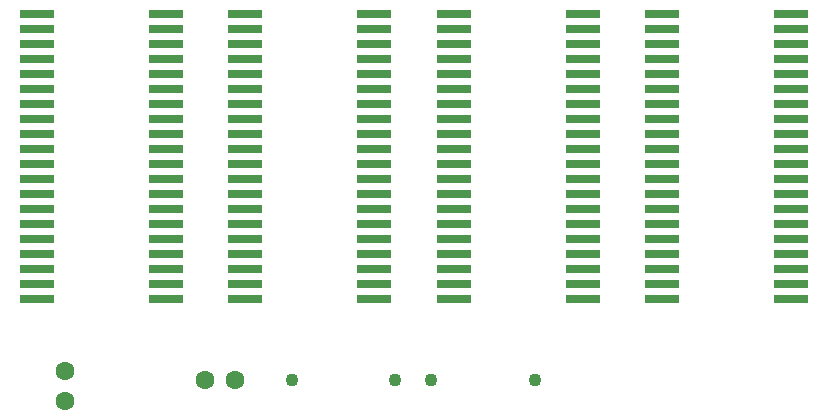
<source format=gbs>
G04 Layer: BottomSolderMaskLayer*
G04 EasyEDA v6.5.22, 2023-01-31 16:09:17*
G04 6fe1b45eb15a465e87536e095b6672f0,ba5b2474b43344648d466766df5634d0,10*
G04 Gerber Generator version 0.2*
G04 Scale: 100 percent, Rotated: No, Reflected: No *
G04 Dimensions in millimeters *
G04 leading zeros omitted , absolute positions ,4 integer and 5 decimal *
%FSLAX45Y45*%
%MOMM*%

%AMMACRO1*4,1,28,-1.3896,-0.3048,-1.4049,-0.3023,-1.4201,-0.2946,-1.4303,-0.2845,-1.4379,-0.2692,-1.4404,-0.254,-1.4399,-0.254,-1.4399,0.254,-1.4404,0.254,-1.4379,0.2692,-1.4303,0.2845,-1.4201,0.2946,-1.4049,0.3023,-1.3896,0.3048,1.3884,0.3048,1.4036,0.3023,1.4188,0.2946,1.429,0.2845,1.4366,0.2692,1.4392,0.254,1.4404,0.254,1.4404,-0.254,1.4392,-0.254,1.4366,-0.2692,1.429,-0.2845,1.4188,-0.2946,1.4036,-0.3023,1.3884,-0.3048,-1.3896,-0.3048,0*%
%AMMACRO2*4,1,28,-1.3889,-0.3048,-1.4041,-0.3023,-1.4194,-0.2946,-1.4295,-0.2845,-1.4371,-0.2692,-1.4397,-0.254,-1.4402,-0.254,-1.4402,0.254,-1.4397,0.254,-1.4371,0.2692,-1.4295,0.2845,-1.4194,0.2946,-1.4041,0.3023,-1.3889,0.3048,1.3891,0.3048,1.4044,0.3023,1.4196,0.2946,1.4298,0.2845,1.4374,0.2692,1.4399,0.254,1.4402,0.254,1.4402,-0.254,1.4399,-0.254,1.4374,-0.2692,1.4298,-0.2845,1.4196,-0.2946,1.4044,-0.3023,1.3891,-0.3048,-1.3889,-0.3048,0*%
%AMMACRO3*4,1,28,-1.3891,-0.3048,-1.4044,-0.3023,-1.4196,-0.2946,-1.4298,-0.2845,-1.4374,-0.2692,-1.4399,-0.254,-1.4402,-0.254,-1.4402,0.254,-1.4399,0.254,-1.4374,0.2692,-1.4298,0.2845,-1.4196,0.2946,-1.4044,0.3023,-1.3891,0.3048,1.3889,0.3048,1.4041,0.3023,1.4194,0.2946,1.4295,0.2845,1.4371,0.2692,1.4397,0.254,1.4402,0.254,1.4402,-0.254,1.4397,-0.254,1.4371,-0.2692,1.4295,-0.2845,1.4194,-0.2946,1.4041,-0.3023,1.3889,-0.3048,-1.3891,-0.3048,0*%
%AMMACRO4*4,1,28,-1.389,-0.3048,-1.4042,-0.3023,-1.4195,-0.2946,-1.4296,-0.2845,-1.4373,-0.2692,-1.4398,-0.254,-1.4385,-0.254,-1.4385,0.254,-1.4398,0.254,-1.4373,0.2692,-1.4296,0.2845,-1.4195,0.2946,-1.4042,0.3023,-1.389,0.3048,1.389,0.3048,1.4042,0.3023,1.4195,0.2946,1.4296,0.2845,1.4373,0.2692,1.4398,0.254,1.4393,0.254,1.4393,-0.254,1.4398,-0.254,1.4373,-0.2692,1.4296,-0.2845,1.4195,-0.2946,1.4042,-0.3023,1.389,-0.3048,-1.389,-0.3048,0*%
%ADD10MACRO1*%
%ADD11MACRO2*%
%ADD12MACRO3*%
%ADD13MACRO4*%
%ADD14C,1.1016*%
%ADD15C,1.6020*%
%ADD16C,1.6016*%

%LPD*%
D10*
G01*
X1535150Y2679700D03*
D11*
G01*
X3302000Y2679700D03*
G01*
X5067300Y2679700D03*
G01*
X6832600Y2679700D03*
D12*
G01*
X444500Y3441700D03*
G01*
X444500Y3314700D03*
G01*
X444500Y3187700D03*
G01*
X444500Y3060700D03*
G01*
X444500Y2933700D03*
G01*
X444500Y2806700D03*
G01*
X444500Y2679700D03*
G01*
X444500Y2552700D03*
G01*
X444500Y2425700D03*
G01*
X444500Y2298700D03*
G01*
X444500Y2171700D03*
G01*
X444500Y2044700D03*
G01*
X444500Y1917700D03*
G01*
X444500Y1790700D03*
G01*
X444500Y1663700D03*
G01*
X444500Y1536700D03*
G01*
X444500Y1409700D03*
G01*
X444500Y1282700D03*
G01*
X444500Y1155700D03*
G01*
X444500Y1028700D03*
D10*
G01*
X1535150Y3441700D03*
G01*
X1535150Y3314700D03*
G01*
X1535150Y3187700D03*
G01*
X1535150Y3060700D03*
G01*
X1535150Y2933700D03*
G01*
X1535150Y2806700D03*
G01*
X1535150Y2552700D03*
G01*
X1535150Y2425700D03*
G01*
X1535150Y2298700D03*
G01*
X1535150Y2171700D03*
G01*
X1535150Y2044700D03*
G01*
X1535150Y1917700D03*
G01*
X1535150Y1790700D03*
G01*
X1535150Y1663700D03*
G01*
X1535150Y1536700D03*
G01*
X1535150Y1409700D03*
G01*
X1535150Y1282700D03*
G01*
X1535150Y1155700D03*
G01*
X1535150Y1028700D03*
D13*
G01*
X2211412Y3314700D03*
G01*
X2211412Y3187700D03*
G01*
X2211412Y3060700D03*
D11*
G01*
X3302000Y1028700D03*
G01*
X3302000Y1155700D03*
G01*
X3302000Y1282700D03*
G01*
X3302000Y1409700D03*
G01*
X3302000Y1536700D03*
G01*
X3302000Y1663700D03*
G01*
X3302000Y1790700D03*
G01*
X3302000Y1917700D03*
G01*
X3302000Y2044700D03*
G01*
X3302000Y2171700D03*
G01*
X3302000Y2298700D03*
G01*
X3302000Y2425700D03*
G01*
X3302000Y2552700D03*
G01*
X3302000Y2806700D03*
G01*
X3302000Y2933700D03*
G01*
X3302000Y3060700D03*
G01*
X3302000Y3187700D03*
G01*
X3302000Y3314700D03*
G01*
X3302000Y3441700D03*
D13*
G01*
X2211412Y3441700D03*
G01*
X2211412Y2933700D03*
G01*
X2211412Y2806700D03*
G01*
X2211412Y2679700D03*
G01*
X2211412Y2552700D03*
G01*
X2211412Y2425700D03*
G01*
X2211412Y2298700D03*
G01*
X2211412Y2171700D03*
G01*
X2211412Y2044700D03*
G01*
X2211412Y1917700D03*
G01*
X2211412Y1790700D03*
G01*
X2211412Y1663700D03*
G01*
X2211412Y1536700D03*
G01*
X2211412Y1409700D03*
G01*
X2211412Y1282700D03*
G01*
X2211412Y1155700D03*
G01*
X2211412Y1028700D03*
G01*
X3976712Y3441700D03*
G01*
X3976712Y3314700D03*
G01*
X3976712Y3187700D03*
G01*
X3976712Y3060700D03*
G01*
X3976712Y2933700D03*
G01*
X3976712Y2806700D03*
G01*
X3976712Y2679700D03*
G01*
X3976712Y2552700D03*
G01*
X3976712Y2425700D03*
G01*
X3976712Y2298700D03*
G01*
X3976712Y2171700D03*
G01*
X3976712Y2044700D03*
G01*
X3976712Y1917700D03*
G01*
X3976712Y1790700D03*
G01*
X3976712Y1663700D03*
G01*
X3976712Y1536700D03*
G01*
X3976712Y1409700D03*
G01*
X3976712Y1282700D03*
G01*
X3976712Y1155700D03*
G01*
X3976712Y1028700D03*
D11*
G01*
X5067300Y2806700D03*
G01*
X5067300Y2933700D03*
G01*
X5067300Y3060700D03*
G01*
X5067300Y3187700D03*
G01*
X5067300Y3314700D03*
G01*
X5067300Y3441700D03*
G01*
X5067300Y2552700D03*
G01*
X5067300Y2425700D03*
G01*
X5067300Y2298700D03*
G01*
X5067300Y2171700D03*
G01*
X5067300Y2044700D03*
G01*
X5067300Y1917700D03*
G01*
X5067300Y1790700D03*
G01*
X5067300Y1663700D03*
G01*
X5067300Y1536700D03*
G01*
X5067300Y1409700D03*
G01*
X5067300Y1282700D03*
G01*
X5067300Y1155700D03*
G01*
X5067300Y1028700D03*
D13*
G01*
X5742012Y3441700D03*
G01*
X5742012Y3314700D03*
G01*
X5742012Y3187700D03*
G01*
X5742012Y3060700D03*
G01*
X5742012Y2933700D03*
G01*
X5742012Y2806700D03*
G01*
X5742012Y2679700D03*
G01*
X5742012Y2552700D03*
G01*
X5742012Y2425700D03*
G01*
X5742012Y2298700D03*
G01*
X5742012Y2171700D03*
G01*
X5742012Y2044700D03*
G01*
X5742012Y1917700D03*
G01*
X5742012Y1790700D03*
G01*
X5742012Y1663700D03*
G01*
X5742012Y1536700D03*
G01*
X5742012Y1409700D03*
G01*
X5742012Y1282700D03*
G01*
X5742012Y1155700D03*
G01*
X5742012Y1028700D03*
D11*
G01*
X6832600Y2806700D03*
G01*
X6832600Y2933700D03*
G01*
X6832600Y3060700D03*
G01*
X6832600Y3187700D03*
G01*
X6832600Y3314700D03*
G01*
X6832600Y3441700D03*
G01*
X6832600Y2552700D03*
G01*
X6832600Y2425700D03*
G01*
X6832600Y2298700D03*
G01*
X6832600Y2171700D03*
G01*
X6832600Y2044700D03*
G01*
X6832600Y1917700D03*
G01*
X6832600Y1790700D03*
G01*
X6832600Y1663700D03*
G01*
X6832600Y1536700D03*
G01*
X6832600Y1409700D03*
G01*
X6832600Y1282700D03*
G01*
X6832600Y1155700D03*
G01*
X6832600Y1028700D03*
D14*
G01*
X3479800Y342900D03*
G01*
X2603500Y342900D03*
G01*
X3784600Y342900D03*
G01*
X4660900Y342900D03*
D15*
G01*
X2120900Y342900D03*
D16*
G01*
X1866900Y342900D03*
G01*
X685800Y165100D03*
D15*
G01*
X685800Y419100D03*
M02*

</source>
